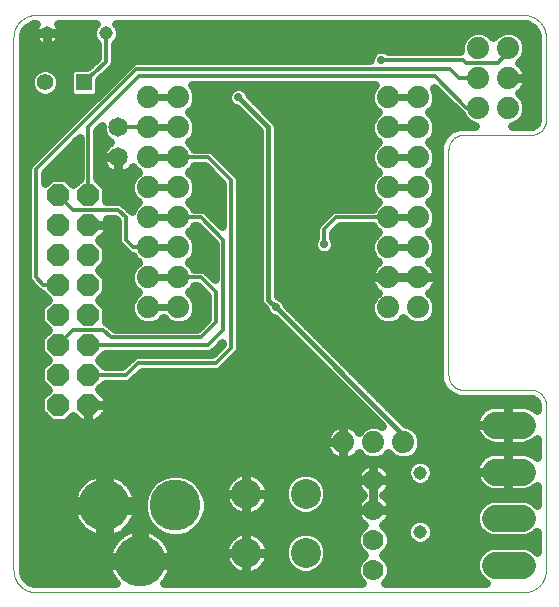
<source format=gbl>
G75*
%MOIN*%
%OFA0B0*%
%FSLAX25Y25*%
%IPPOS*%
%LPD*%
%AMOC8*
5,1,8,0,0,1.08239X$1,22.5*
%
%ADD10C,0.00100*%
%ADD11C,0.07400*%
%ADD12OC8,0.07400*%
%ADD13C,0.17000*%
%ADD14C,0.10000*%
%ADD15C,0.07000*%
%ADD16R,0.05500X0.05500*%
%ADD17C,0.05500*%
%ADD18C,0.04500*%
%ADD19C,0.06500*%
%ADD20C,0.08858*%
%ADD21C,0.03000*%
%ADD22C,0.02400*%
%ADD23C,0.02800*%
%ADD24C,0.01600*%
%ADD25C,0.01200*%
D10*
X0007500Y0015000D02*
X0007500Y0192500D01*
X0007502Y0192681D01*
X0007509Y0192862D01*
X0007520Y0193043D01*
X0007535Y0193224D01*
X0007555Y0193404D01*
X0007579Y0193584D01*
X0007607Y0193763D01*
X0007640Y0193941D01*
X0007677Y0194118D01*
X0007718Y0194295D01*
X0007763Y0194470D01*
X0007813Y0194645D01*
X0007867Y0194818D01*
X0007925Y0194989D01*
X0007987Y0195160D01*
X0008054Y0195328D01*
X0008124Y0195495D01*
X0008198Y0195661D01*
X0008277Y0195824D01*
X0008359Y0195985D01*
X0008445Y0196145D01*
X0008535Y0196302D01*
X0008629Y0196457D01*
X0008726Y0196610D01*
X0008828Y0196760D01*
X0008932Y0196908D01*
X0009041Y0197054D01*
X0009152Y0197196D01*
X0009268Y0197336D01*
X0009386Y0197473D01*
X0009508Y0197608D01*
X0009633Y0197739D01*
X0009761Y0197867D01*
X0009892Y0197992D01*
X0010027Y0198114D01*
X0010164Y0198232D01*
X0010304Y0198348D01*
X0010446Y0198459D01*
X0010592Y0198568D01*
X0010740Y0198672D01*
X0010890Y0198774D01*
X0011043Y0198871D01*
X0011198Y0198965D01*
X0011355Y0199055D01*
X0011515Y0199141D01*
X0011676Y0199223D01*
X0011839Y0199302D01*
X0012005Y0199376D01*
X0012172Y0199446D01*
X0012340Y0199513D01*
X0012511Y0199575D01*
X0012682Y0199633D01*
X0012855Y0199687D01*
X0013030Y0199737D01*
X0013205Y0199782D01*
X0013382Y0199823D01*
X0013559Y0199860D01*
X0013737Y0199893D01*
X0013916Y0199921D01*
X0014096Y0199945D01*
X0014276Y0199965D01*
X0014457Y0199980D01*
X0014638Y0199991D01*
X0014819Y0199998D01*
X0015000Y0200000D01*
X0177500Y0200000D01*
X0177681Y0199998D01*
X0177862Y0199991D01*
X0178043Y0199980D01*
X0178224Y0199965D01*
X0178404Y0199945D01*
X0178584Y0199921D01*
X0178763Y0199893D01*
X0178941Y0199860D01*
X0179118Y0199823D01*
X0179295Y0199782D01*
X0179470Y0199737D01*
X0179645Y0199687D01*
X0179818Y0199633D01*
X0179989Y0199575D01*
X0180160Y0199513D01*
X0180328Y0199446D01*
X0180495Y0199376D01*
X0180661Y0199302D01*
X0180824Y0199223D01*
X0180985Y0199141D01*
X0181145Y0199055D01*
X0181302Y0198965D01*
X0181457Y0198871D01*
X0181610Y0198774D01*
X0181760Y0198672D01*
X0181908Y0198568D01*
X0182054Y0198459D01*
X0182196Y0198348D01*
X0182336Y0198232D01*
X0182473Y0198114D01*
X0182608Y0197992D01*
X0182739Y0197867D01*
X0182867Y0197739D01*
X0182992Y0197608D01*
X0183114Y0197473D01*
X0183232Y0197336D01*
X0183348Y0197196D01*
X0183459Y0197054D01*
X0183568Y0196908D01*
X0183672Y0196760D01*
X0183774Y0196610D01*
X0183871Y0196457D01*
X0183965Y0196302D01*
X0184055Y0196145D01*
X0184141Y0195985D01*
X0184223Y0195824D01*
X0184302Y0195661D01*
X0184376Y0195495D01*
X0184446Y0195328D01*
X0184513Y0195160D01*
X0184575Y0194989D01*
X0184633Y0194818D01*
X0184687Y0194645D01*
X0184737Y0194470D01*
X0184782Y0194295D01*
X0184823Y0194118D01*
X0184860Y0193941D01*
X0184893Y0193763D01*
X0184921Y0193584D01*
X0184945Y0193404D01*
X0184965Y0193224D01*
X0184980Y0193043D01*
X0184991Y0192862D01*
X0184998Y0192681D01*
X0185000Y0192500D01*
X0185000Y0165000D01*
X0184998Y0164860D01*
X0184992Y0164720D01*
X0184982Y0164580D01*
X0184969Y0164440D01*
X0184951Y0164301D01*
X0184929Y0164162D01*
X0184904Y0164025D01*
X0184875Y0163887D01*
X0184842Y0163751D01*
X0184805Y0163616D01*
X0184764Y0163482D01*
X0184719Y0163349D01*
X0184671Y0163217D01*
X0184619Y0163087D01*
X0184564Y0162958D01*
X0184505Y0162831D01*
X0184442Y0162705D01*
X0184376Y0162581D01*
X0184307Y0162460D01*
X0184234Y0162340D01*
X0184157Y0162222D01*
X0184078Y0162107D01*
X0183995Y0161993D01*
X0183909Y0161883D01*
X0183820Y0161774D01*
X0183728Y0161668D01*
X0183633Y0161565D01*
X0183536Y0161464D01*
X0183435Y0161367D01*
X0183332Y0161272D01*
X0183226Y0161180D01*
X0183117Y0161091D01*
X0183007Y0161005D01*
X0182893Y0160922D01*
X0182778Y0160843D01*
X0182660Y0160766D01*
X0182540Y0160693D01*
X0182419Y0160624D01*
X0182295Y0160558D01*
X0182169Y0160495D01*
X0182042Y0160436D01*
X0181913Y0160381D01*
X0181783Y0160329D01*
X0181651Y0160281D01*
X0181518Y0160236D01*
X0181384Y0160195D01*
X0181249Y0160158D01*
X0181113Y0160125D01*
X0180975Y0160096D01*
X0180838Y0160071D01*
X0180699Y0160049D01*
X0180560Y0160031D01*
X0180420Y0160018D01*
X0180280Y0160008D01*
X0180140Y0160002D01*
X0180000Y0160000D01*
X0157500Y0160000D01*
X0157360Y0159998D01*
X0157220Y0159992D01*
X0157080Y0159982D01*
X0156940Y0159969D01*
X0156801Y0159951D01*
X0156662Y0159929D01*
X0156525Y0159904D01*
X0156387Y0159875D01*
X0156251Y0159842D01*
X0156116Y0159805D01*
X0155982Y0159764D01*
X0155849Y0159719D01*
X0155717Y0159671D01*
X0155587Y0159619D01*
X0155458Y0159564D01*
X0155331Y0159505D01*
X0155205Y0159442D01*
X0155081Y0159376D01*
X0154960Y0159307D01*
X0154840Y0159234D01*
X0154722Y0159157D01*
X0154607Y0159078D01*
X0154493Y0158995D01*
X0154383Y0158909D01*
X0154274Y0158820D01*
X0154168Y0158728D01*
X0154065Y0158633D01*
X0153964Y0158536D01*
X0153867Y0158435D01*
X0153772Y0158332D01*
X0153680Y0158226D01*
X0153591Y0158117D01*
X0153505Y0158007D01*
X0153422Y0157893D01*
X0153343Y0157778D01*
X0153266Y0157660D01*
X0153193Y0157540D01*
X0153124Y0157419D01*
X0153058Y0157295D01*
X0152995Y0157169D01*
X0152936Y0157042D01*
X0152881Y0156913D01*
X0152829Y0156783D01*
X0152781Y0156651D01*
X0152736Y0156518D01*
X0152695Y0156384D01*
X0152658Y0156249D01*
X0152625Y0156113D01*
X0152596Y0155975D01*
X0152571Y0155838D01*
X0152549Y0155699D01*
X0152531Y0155560D01*
X0152518Y0155420D01*
X0152508Y0155280D01*
X0152502Y0155140D01*
X0152500Y0155000D01*
X0152500Y0080000D01*
X0152502Y0079860D01*
X0152508Y0079720D01*
X0152518Y0079580D01*
X0152531Y0079440D01*
X0152549Y0079301D01*
X0152571Y0079162D01*
X0152596Y0079025D01*
X0152625Y0078887D01*
X0152658Y0078751D01*
X0152695Y0078616D01*
X0152736Y0078482D01*
X0152781Y0078349D01*
X0152829Y0078217D01*
X0152881Y0078087D01*
X0152936Y0077958D01*
X0152995Y0077831D01*
X0153058Y0077705D01*
X0153124Y0077581D01*
X0153193Y0077460D01*
X0153266Y0077340D01*
X0153343Y0077222D01*
X0153422Y0077107D01*
X0153505Y0076993D01*
X0153591Y0076883D01*
X0153680Y0076774D01*
X0153772Y0076668D01*
X0153867Y0076565D01*
X0153964Y0076464D01*
X0154065Y0076367D01*
X0154168Y0076272D01*
X0154274Y0076180D01*
X0154383Y0076091D01*
X0154493Y0076005D01*
X0154607Y0075922D01*
X0154722Y0075843D01*
X0154840Y0075766D01*
X0154960Y0075693D01*
X0155081Y0075624D01*
X0155205Y0075558D01*
X0155331Y0075495D01*
X0155458Y0075436D01*
X0155587Y0075381D01*
X0155717Y0075329D01*
X0155849Y0075281D01*
X0155982Y0075236D01*
X0156116Y0075195D01*
X0156251Y0075158D01*
X0156387Y0075125D01*
X0156525Y0075096D01*
X0156662Y0075071D01*
X0156801Y0075049D01*
X0156940Y0075031D01*
X0157080Y0075018D01*
X0157220Y0075008D01*
X0157360Y0075002D01*
X0157500Y0075000D01*
X0180000Y0075000D01*
X0180140Y0074998D01*
X0180280Y0074992D01*
X0180420Y0074982D01*
X0180560Y0074969D01*
X0180699Y0074951D01*
X0180838Y0074929D01*
X0180975Y0074904D01*
X0181113Y0074875D01*
X0181249Y0074842D01*
X0181384Y0074805D01*
X0181518Y0074764D01*
X0181651Y0074719D01*
X0181783Y0074671D01*
X0181913Y0074619D01*
X0182042Y0074564D01*
X0182169Y0074505D01*
X0182295Y0074442D01*
X0182419Y0074376D01*
X0182540Y0074307D01*
X0182660Y0074234D01*
X0182778Y0074157D01*
X0182893Y0074078D01*
X0183007Y0073995D01*
X0183117Y0073909D01*
X0183226Y0073820D01*
X0183332Y0073728D01*
X0183435Y0073633D01*
X0183536Y0073536D01*
X0183633Y0073435D01*
X0183728Y0073332D01*
X0183820Y0073226D01*
X0183909Y0073117D01*
X0183995Y0073007D01*
X0184078Y0072893D01*
X0184157Y0072778D01*
X0184234Y0072660D01*
X0184307Y0072540D01*
X0184376Y0072419D01*
X0184442Y0072295D01*
X0184505Y0072169D01*
X0184564Y0072042D01*
X0184619Y0071913D01*
X0184671Y0071783D01*
X0184719Y0071651D01*
X0184764Y0071518D01*
X0184805Y0071384D01*
X0184842Y0071249D01*
X0184875Y0071113D01*
X0184904Y0070975D01*
X0184929Y0070838D01*
X0184951Y0070699D01*
X0184969Y0070560D01*
X0184982Y0070420D01*
X0184992Y0070280D01*
X0184998Y0070140D01*
X0185000Y0070000D01*
X0185000Y0015000D01*
X0184998Y0014819D01*
X0184991Y0014638D01*
X0184980Y0014457D01*
X0184965Y0014276D01*
X0184945Y0014096D01*
X0184921Y0013916D01*
X0184893Y0013737D01*
X0184860Y0013559D01*
X0184823Y0013382D01*
X0184782Y0013205D01*
X0184737Y0013030D01*
X0184687Y0012855D01*
X0184633Y0012682D01*
X0184575Y0012511D01*
X0184513Y0012340D01*
X0184446Y0012172D01*
X0184376Y0012005D01*
X0184302Y0011839D01*
X0184223Y0011676D01*
X0184141Y0011515D01*
X0184055Y0011355D01*
X0183965Y0011198D01*
X0183871Y0011043D01*
X0183774Y0010890D01*
X0183672Y0010740D01*
X0183568Y0010592D01*
X0183459Y0010446D01*
X0183348Y0010304D01*
X0183232Y0010164D01*
X0183114Y0010027D01*
X0182992Y0009892D01*
X0182867Y0009761D01*
X0182739Y0009633D01*
X0182608Y0009508D01*
X0182473Y0009386D01*
X0182336Y0009268D01*
X0182196Y0009152D01*
X0182054Y0009041D01*
X0181908Y0008932D01*
X0181760Y0008828D01*
X0181610Y0008726D01*
X0181457Y0008629D01*
X0181302Y0008535D01*
X0181145Y0008445D01*
X0180985Y0008359D01*
X0180824Y0008277D01*
X0180661Y0008198D01*
X0180495Y0008124D01*
X0180328Y0008054D01*
X0180160Y0007987D01*
X0179989Y0007925D01*
X0179818Y0007867D01*
X0179645Y0007813D01*
X0179470Y0007763D01*
X0179295Y0007718D01*
X0179118Y0007677D01*
X0178941Y0007640D01*
X0178763Y0007607D01*
X0178584Y0007579D01*
X0178404Y0007555D01*
X0178224Y0007535D01*
X0178043Y0007520D01*
X0177862Y0007509D01*
X0177681Y0007502D01*
X0177500Y0007500D01*
X0015000Y0007500D01*
X0014819Y0007502D01*
X0014638Y0007509D01*
X0014457Y0007520D01*
X0014276Y0007535D01*
X0014096Y0007555D01*
X0013916Y0007579D01*
X0013737Y0007607D01*
X0013559Y0007640D01*
X0013382Y0007677D01*
X0013205Y0007718D01*
X0013030Y0007763D01*
X0012855Y0007813D01*
X0012682Y0007867D01*
X0012511Y0007925D01*
X0012340Y0007987D01*
X0012172Y0008054D01*
X0012005Y0008124D01*
X0011839Y0008198D01*
X0011676Y0008277D01*
X0011515Y0008359D01*
X0011355Y0008445D01*
X0011198Y0008535D01*
X0011043Y0008629D01*
X0010890Y0008726D01*
X0010740Y0008828D01*
X0010592Y0008932D01*
X0010446Y0009041D01*
X0010304Y0009152D01*
X0010164Y0009268D01*
X0010027Y0009386D01*
X0009892Y0009508D01*
X0009761Y0009633D01*
X0009633Y0009761D01*
X0009508Y0009892D01*
X0009386Y0010027D01*
X0009268Y0010164D01*
X0009152Y0010304D01*
X0009041Y0010446D01*
X0008932Y0010592D01*
X0008828Y0010740D01*
X0008726Y0010890D01*
X0008629Y0011043D01*
X0008535Y0011198D01*
X0008445Y0011355D01*
X0008359Y0011515D01*
X0008277Y0011676D01*
X0008198Y0011839D01*
X0008124Y0012005D01*
X0008054Y0012172D01*
X0007987Y0012340D01*
X0007925Y0012511D01*
X0007867Y0012682D01*
X0007813Y0012855D01*
X0007763Y0013030D01*
X0007718Y0013205D01*
X0007677Y0013382D01*
X0007640Y0013559D01*
X0007607Y0013737D01*
X0007579Y0013916D01*
X0007555Y0014096D01*
X0007535Y0014276D01*
X0007520Y0014457D01*
X0007509Y0014638D01*
X0007502Y0014819D01*
X0007500Y0015000D01*
D11*
X0052500Y0102500D03*
X0052500Y0112500D03*
X0052500Y0122500D03*
X0052500Y0132500D03*
X0052500Y0142500D03*
X0052500Y0152500D03*
X0052500Y0162500D03*
X0052500Y0172500D03*
X0062500Y0172500D03*
X0062500Y0162500D03*
X0062500Y0152500D03*
X0062500Y0142500D03*
X0062500Y0132500D03*
X0062500Y0122500D03*
X0062500Y0112500D03*
X0062500Y0102500D03*
X0117500Y0057500D03*
X0127500Y0057500D03*
X0137500Y0057500D03*
X0132500Y0102500D03*
X0132500Y0112500D03*
X0132500Y0122500D03*
X0132500Y0132500D03*
X0132500Y0142500D03*
X0132500Y0152500D03*
X0132500Y0162500D03*
X0132500Y0172500D03*
X0142500Y0172500D03*
X0142500Y0162500D03*
X0142500Y0152500D03*
X0142500Y0142500D03*
X0142500Y0132500D03*
X0142500Y0122500D03*
X0142500Y0112500D03*
X0142500Y0102500D03*
X0162500Y0169000D03*
X0162500Y0179000D03*
X0162500Y0189000D03*
X0172500Y0189000D03*
X0172500Y0179000D03*
X0172500Y0169000D03*
D12*
X0032500Y0140000D03*
X0032500Y0130000D03*
X0032500Y0120000D03*
X0032500Y0110000D03*
X0032500Y0100000D03*
X0032500Y0090000D03*
X0032500Y0080000D03*
X0032500Y0070000D03*
X0022500Y0070000D03*
X0022500Y0080000D03*
X0022500Y0090000D03*
X0022500Y0100000D03*
X0022500Y0110000D03*
X0022500Y0120000D03*
X0022500Y0130000D03*
X0022500Y0140000D03*
D13*
X0037815Y0036500D03*
X0049626Y0017996D03*
X0061437Y0036500D03*
D14*
X0085157Y0040374D03*
X0085157Y0020689D03*
X0104843Y0020689D03*
X0104843Y0040374D03*
D15*
X0127500Y0045000D03*
X0127500Y0035000D03*
X0127500Y0025000D03*
X0127500Y0015000D03*
D16*
X0031000Y0177500D03*
D17*
X0018000Y0177500D03*
D18*
X0018657Y0194000D03*
X0038343Y0194000D03*
X0143000Y0047343D03*
X0143000Y0027657D03*
D19*
X0042500Y0152500D03*
X0042500Y0162500D03*
D20*
X0168071Y0063386D02*
X0176929Y0063386D01*
X0176929Y0047795D02*
X0168071Y0047795D01*
X0168071Y0032205D02*
X0176929Y0032205D01*
X0176929Y0016614D02*
X0168071Y0016614D01*
D21*
X0011853Y0011853D02*
X0011035Y0012980D01*
X0010605Y0014304D01*
X0010550Y0015000D01*
X0010550Y0192500D01*
X0010605Y0193196D01*
X0011035Y0194520D01*
X0011853Y0195647D01*
X0012980Y0196465D01*
X0014304Y0196895D01*
X0014925Y0196944D01*
X0014595Y0196490D01*
X0014255Y0195823D01*
X0014024Y0195112D01*
X0013907Y0194374D01*
X0013907Y0194000D01*
X0013907Y0193626D01*
X0014024Y0192888D01*
X0014255Y0192177D01*
X0014595Y0191510D01*
X0015034Y0190906D01*
X0015563Y0190377D01*
X0016168Y0189937D01*
X0016834Y0189598D01*
X0017545Y0189367D01*
X0018284Y0189250D01*
X0018657Y0189250D01*
X0018657Y0194000D01*
X0013907Y0194000D01*
X0018657Y0194000D01*
X0018657Y0194000D01*
X0018658Y0194000D01*
X0023407Y0194000D01*
X0018658Y0194000D01*
X0018658Y0194000D01*
X0018658Y0189250D01*
X0019031Y0189250D01*
X0019770Y0189367D01*
X0020481Y0189598D01*
X0021147Y0189937D01*
X0021752Y0190377D01*
X0022281Y0190906D01*
X0022720Y0191510D01*
X0023059Y0192177D01*
X0023291Y0192888D01*
X0023407Y0193626D01*
X0023407Y0194000D01*
X0023407Y0194374D01*
X0023291Y0195112D01*
X0023059Y0195823D01*
X0022720Y0196490D01*
X0022385Y0196950D01*
X0034858Y0196950D01*
X0034485Y0196577D01*
X0033793Y0194905D01*
X0033793Y0193095D01*
X0034485Y0191423D01*
X0035443Y0190465D01*
X0035443Y0185604D01*
X0032165Y0182550D01*
X0027297Y0182550D01*
X0025950Y0181203D01*
X0025950Y0173797D01*
X0027297Y0172450D01*
X0034703Y0172450D01*
X0036050Y0173797D01*
X0036050Y0178242D01*
X0039936Y0181864D01*
X0039985Y0181884D01*
X0040357Y0182256D01*
X0040742Y0182614D01*
X0040764Y0182662D01*
X0040801Y0182700D01*
X0041002Y0183186D01*
X0041220Y0183664D01*
X0041222Y0183717D01*
X0041243Y0183766D01*
X0041243Y0184291D01*
X0041261Y0184817D01*
X0041243Y0184866D01*
X0041243Y0190465D01*
X0042200Y0191423D01*
X0042893Y0193095D01*
X0042893Y0194905D01*
X0042200Y0196577D01*
X0041827Y0196950D01*
X0177500Y0196950D01*
X0178196Y0196895D01*
X0179520Y0196465D01*
X0180647Y0195647D01*
X0181465Y0194520D01*
X0181895Y0193196D01*
X0181950Y0192500D01*
X0181950Y0165000D01*
X0181913Y0164620D01*
X0181621Y0163917D01*
X0181083Y0163379D01*
X0180380Y0163087D01*
X0180000Y0163050D01*
X0173814Y0163050D01*
X0175899Y0163913D01*
X0177587Y0165601D01*
X0178500Y0167807D01*
X0178500Y0170193D01*
X0177587Y0172399D01*
X0176061Y0173924D01*
X0176539Y0174271D01*
X0177229Y0174961D01*
X0177803Y0175750D01*
X0178246Y0176620D01*
X0178547Y0177548D01*
X0178700Y0178512D01*
X0178700Y0179000D01*
X0178700Y0179488D01*
X0178547Y0180452D01*
X0178246Y0181380D01*
X0177803Y0182250D01*
X0177229Y0183039D01*
X0176539Y0183729D01*
X0176061Y0184076D01*
X0177587Y0185601D01*
X0178500Y0187807D01*
X0178500Y0190193D01*
X0177587Y0192399D01*
X0175899Y0194087D01*
X0173693Y0195000D01*
X0171307Y0195000D01*
X0169101Y0194087D01*
X0167500Y0192485D01*
X0165899Y0194087D01*
X0163693Y0195000D01*
X0161307Y0195000D01*
X0159101Y0194087D01*
X0157413Y0192399D01*
X0156500Y0190193D01*
X0156500Y0187900D01*
X0132333Y0187900D01*
X0132096Y0188137D01*
X0130736Y0188700D01*
X0129264Y0188700D01*
X0127904Y0188137D01*
X0126863Y0187096D01*
X0126300Y0185736D01*
X0126300Y0184900D01*
X0047923Y0184900D01*
X0046857Y0184458D01*
X0013357Y0150958D01*
X0012541Y0150143D01*
X0012100Y0149077D01*
X0012100Y0111923D01*
X0012541Y0110857D01*
X0015041Y0108357D01*
X0015857Y0107541D01*
X0016909Y0107106D01*
X0019015Y0105000D01*
X0016500Y0102485D01*
X0016500Y0097515D01*
X0019015Y0095000D01*
X0016500Y0092485D01*
X0016500Y0087515D01*
X0019015Y0085000D01*
X0016500Y0082485D01*
X0016500Y0077515D01*
X0019015Y0075000D01*
X0016500Y0072485D01*
X0016500Y0067515D01*
X0020015Y0064000D01*
X0024985Y0064000D01*
X0027359Y0066373D01*
X0029932Y0063800D01*
X0032500Y0063800D01*
X0035068Y0063800D01*
X0038700Y0067432D01*
X0038700Y0070000D01*
X0038700Y0072568D01*
X0036127Y0075141D01*
X0038085Y0077100D01*
X0045577Y0077100D01*
X0046643Y0077541D01*
X0047458Y0078357D01*
X0050201Y0081100D01*
X0075577Y0081100D01*
X0076643Y0081541D01*
X0082458Y0087357D01*
X0082900Y0088423D01*
X0082900Y0145577D01*
X0082458Y0146643D01*
X0081643Y0147458D01*
X0074143Y0154958D01*
X0073077Y0155400D01*
X0067793Y0155400D01*
X0067587Y0155899D01*
X0065985Y0157500D01*
X0067587Y0159101D01*
X0068500Y0161307D01*
X0068500Y0163693D01*
X0067587Y0165899D01*
X0065985Y0167500D01*
X0067587Y0169101D01*
X0068500Y0171307D01*
X0068500Y0173693D01*
X0067587Y0175899D01*
X0066885Y0176600D01*
X0128115Y0176600D01*
X0127413Y0175899D01*
X0126500Y0173693D01*
X0126500Y0171307D01*
X0127413Y0169101D01*
X0129015Y0167500D01*
X0127413Y0165899D01*
X0126500Y0163693D01*
X0126500Y0161307D01*
X0127413Y0159101D01*
X0129015Y0157500D01*
X0127413Y0155899D01*
X0126500Y0153693D01*
X0126500Y0151307D01*
X0127413Y0149101D01*
X0129015Y0147500D01*
X0127413Y0145899D01*
X0126500Y0143693D01*
X0126500Y0141307D01*
X0127413Y0139101D01*
X0129015Y0137500D01*
X0127413Y0135899D01*
X0127207Y0135400D01*
X0114423Y0135400D01*
X0113357Y0134958D01*
X0112541Y0134143D01*
X0108541Y0130143D01*
X0108100Y0129077D01*
X0108100Y0125833D01*
X0107863Y0125596D01*
X0107300Y0124236D01*
X0107300Y0122764D01*
X0107863Y0121404D01*
X0108904Y0120363D01*
X0110264Y0119800D01*
X0111736Y0119800D01*
X0113096Y0120363D01*
X0114137Y0121404D01*
X0114700Y0122764D01*
X0114700Y0124236D01*
X0114137Y0125596D01*
X0113900Y0125833D01*
X0113900Y0127299D01*
X0116201Y0129600D01*
X0127207Y0129600D01*
X0127413Y0129101D01*
X0129015Y0127500D01*
X0127413Y0125899D01*
X0126500Y0123693D01*
X0126500Y0121307D01*
X0127413Y0119101D01*
X0128939Y0117576D01*
X0128461Y0117229D01*
X0127771Y0116539D01*
X0127197Y0115750D01*
X0126754Y0114880D01*
X0126453Y0113952D01*
X0126300Y0112988D01*
X0126300Y0112500D01*
X0132500Y0112500D01*
X0138700Y0112500D01*
X0142500Y0112500D01*
X0148700Y0112500D01*
X0148700Y0112988D01*
X0148547Y0113952D01*
X0148246Y0114880D01*
X0147803Y0115750D01*
X0147229Y0116539D01*
X0146539Y0117229D01*
X0146061Y0117576D01*
X0147587Y0119101D01*
X0148500Y0121307D01*
X0148500Y0123693D01*
X0147587Y0125899D01*
X0145985Y0127500D01*
X0147587Y0129101D01*
X0148500Y0131307D01*
X0148500Y0133693D01*
X0147587Y0135899D01*
X0145985Y0137500D01*
X0147587Y0139101D01*
X0148500Y0141307D01*
X0148500Y0143693D01*
X0147587Y0145899D01*
X0145985Y0147500D01*
X0147587Y0149101D01*
X0148500Y0151307D01*
X0148500Y0153693D01*
X0147587Y0155899D01*
X0145985Y0157500D01*
X0147587Y0159101D01*
X0148500Y0161307D01*
X0148500Y0163693D01*
X0147587Y0165899D01*
X0145985Y0167500D01*
X0147587Y0169101D01*
X0148500Y0171307D01*
X0148500Y0173693D01*
X0147648Y0175751D01*
X0156857Y0166541D01*
X0157059Y0166458D01*
X0157413Y0165601D01*
X0159101Y0163913D01*
X0161186Y0163050D01*
X0155899Y0163050D01*
X0152940Y0161824D01*
X0150676Y0159560D01*
X0149450Y0156601D01*
X0149450Y0078399D01*
X0150676Y0075440D01*
X0152940Y0073176D01*
X0155899Y0071950D01*
X0180000Y0071950D01*
X0180380Y0071913D01*
X0181083Y0071621D01*
X0181621Y0071083D01*
X0181913Y0070380D01*
X0181950Y0070000D01*
X0181950Y0068164D01*
X0181508Y0068607D01*
X0180787Y0069160D01*
X0180000Y0069614D01*
X0179161Y0069961D01*
X0178284Y0070196D01*
X0177383Y0070315D01*
X0172500Y0070315D01*
X0172500Y0063386D01*
X0172500Y0063386D01*
X0172500Y0070315D01*
X0167617Y0070315D01*
X0166716Y0070196D01*
X0165839Y0069961D01*
X0165000Y0069614D01*
X0164213Y0069160D01*
X0163492Y0068607D01*
X0162850Y0067964D01*
X0162297Y0067244D01*
X0161843Y0066457D01*
X0161495Y0065618D01*
X0161260Y0064741D01*
X0161142Y0063840D01*
X0161142Y0063386D01*
X0172500Y0063386D01*
X0172500Y0063386D01*
X0161142Y0063386D01*
X0161142Y0062932D01*
X0161260Y0062031D01*
X0161495Y0061154D01*
X0161843Y0060315D01*
X0162297Y0059528D01*
X0162850Y0058807D01*
X0163492Y0058165D01*
X0164213Y0057612D01*
X0165000Y0057158D01*
X0165839Y0056810D01*
X0166716Y0056575D01*
X0167617Y0056457D01*
X0172500Y0056457D01*
X0177383Y0056457D01*
X0178284Y0056575D01*
X0179161Y0056810D01*
X0180000Y0057158D01*
X0180787Y0057612D01*
X0181508Y0058165D01*
X0181950Y0058607D01*
X0181950Y0052574D01*
X0181508Y0053016D01*
X0180787Y0053569D01*
X0180000Y0054023D01*
X0179161Y0054371D01*
X0178284Y0054606D01*
X0177383Y0054724D01*
X0172500Y0054724D01*
X0167617Y0054724D01*
X0166716Y0054606D01*
X0165839Y0054371D01*
X0165000Y0054023D01*
X0164213Y0053569D01*
X0163492Y0053016D01*
X0162850Y0052374D01*
X0162297Y0051653D01*
X0161843Y0050867D01*
X0161495Y0050027D01*
X0161260Y0049150D01*
X0161142Y0048249D01*
X0161142Y0047795D01*
X0161142Y0047341D01*
X0161260Y0046441D01*
X0161495Y0045563D01*
X0161843Y0044724D01*
X0162297Y0043937D01*
X0162850Y0043217D01*
X0163492Y0042574D01*
X0164213Y0042022D01*
X0165000Y0041567D01*
X0165839Y0041220D01*
X0166716Y0040985D01*
X0167617Y0040866D01*
X0172500Y0040866D01*
X0177383Y0040866D01*
X0178284Y0040985D01*
X0179161Y0041220D01*
X0180000Y0041567D01*
X0180787Y0042022D01*
X0181508Y0042574D01*
X0181950Y0043017D01*
X0181950Y0036700D01*
X0180741Y0037909D01*
X0178268Y0038934D01*
X0166732Y0038934D01*
X0164259Y0037909D01*
X0162366Y0036016D01*
X0161342Y0033543D01*
X0161342Y0030866D01*
X0162366Y0028393D01*
X0164259Y0026500D01*
X0166732Y0025476D01*
X0178268Y0025476D01*
X0180741Y0026500D01*
X0181950Y0027709D01*
X0181950Y0021110D01*
X0180741Y0022319D01*
X0178268Y0023343D01*
X0166732Y0023343D01*
X0164259Y0022319D01*
X0162366Y0020426D01*
X0161342Y0017953D01*
X0161342Y0015276D01*
X0162366Y0012802D01*
X0164259Y0010909D01*
X0165127Y0010550D01*
X0131252Y0010550D01*
X0132417Y0011715D01*
X0133300Y0013846D01*
X0133300Y0016154D01*
X0132417Y0018285D01*
X0130785Y0019917D01*
X0130585Y0020000D01*
X0130785Y0020083D01*
X0132417Y0021715D01*
X0133300Y0023846D01*
X0133300Y0026154D01*
X0132417Y0028285D01*
X0130785Y0029917D01*
X0130738Y0029936D01*
X0131409Y0030423D01*
X0132077Y0031091D01*
X0132632Y0031855D01*
X0133060Y0032697D01*
X0133352Y0033595D01*
X0133500Y0034528D01*
X0133500Y0035000D01*
X0133500Y0035472D01*
X0133352Y0036405D01*
X0133060Y0037303D01*
X0132632Y0038145D01*
X0132077Y0038909D01*
X0131409Y0039577D01*
X0130826Y0040000D01*
X0131409Y0040423D01*
X0132077Y0041091D01*
X0132632Y0041855D01*
X0133060Y0042697D01*
X0133352Y0043595D01*
X0133500Y0044528D01*
X0133500Y0045000D01*
X0133500Y0045472D01*
X0133352Y0046405D01*
X0133060Y0047303D01*
X0132632Y0048145D01*
X0132077Y0048909D01*
X0131409Y0049577D01*
X0130645Y0050132D01*
X0129803Y0050560D01*
X0128905Y0050852D01*
X0127972Y0051000D01*
X0127500Y0051000D01*
X0127500Y0045000D01*
X0127500Y0045000D01*
X0133500Y0045000D01*
X0127500Y0045000D01*
X0127500Y0045000D01*
X0127500Y0045000D01*
X0121500Y0045000D01*
X0121500Y0045472D01*
X0121648Y0046405D01*
X0121940Y0047303D01*
X0122368Y0048145D01*
X0122923Y0048909D01*
X0123591Y0049577D01*
X0124355Y0050132D01*
X0125197Y0050560D01*
X0126095Y0050852D01*
X0127028Y0051000D01*
X0127500Y0051000D01*
X0127500Y0045000D01*
X0127500Y0039000D01*
X0127500Y0035000D01*
X0133500Y0035000D01*
X0127500Y0035000D01*
X0127500Y0035000D01*
X0127500Y0035000D01*
X0127500Y0035000D01*
X0121500Y0035000D01*
X0121500Y0035472D01*
X0121648Y0036405D01*
X0121940Y0037303D01*
X0122368Y0038145D01*
X0122923Y0038909D01*
X0123591Y0039577D01*
X0124174Y0040000D01*
X0123591Y0040423D01*
X0122923Y0041091D01*
X0122368Y0041855D01*
X0121940Y0042697D01*
X0121648Y0043595D01*
X0121500Y0044528D01*
X0121500Y0045000D01*
X0127500Y0045000D01*
X0127500Y0045000D01*
X0127500Y0035000D01*
X0121500Y0035000D01*
X0121500Y0034528D01*
X0121648Y0033595D01*
X0121940Y0032697D01*
X0122368Y0031855D01*
X0122923Y0031091D01*
X0123591Y0030423D01*
X0124262Y0029936D01*
X0124215Y0029917D01*
X0122583Y0028285D01*
X0121700Y0026154D01*
X0121700Y0023846D01*
X0122583Y0021715D01*
X0124215Y0020083D01*
X0124415Y0020000D01*
X0124215Y0019917D01*
X0122583Y0018285D01*
X0121700Y0016154D01*
X0121700Y0013846D01*
X0122583Y0011715D01*
X0123748Y0010550D01*
X0057736Y0010550D01*
X0057841Y0010655D01*
X0058611Y0011621D01*
X0059269Y0012667D01*
X0059805Y0013780D01*
X0060213Y0014946D01*
X0060488Y0016151D01*
X0060532Y0016546D01*
X0051076Y0016546D01*
X0051076Y0019446D01*
X0060532Y0019446D01*
X0060488Y0019842D01*
X0060213Y0021046D01*
X0059805Y0022212D01*
X0059269Y0023325D01*
X0058611Y0024371D01*
X0057841Y0025337D01*
X0056967Y0026211D01*
X0056001Y0026981D01*
X0054955Y0027639D01*
X0053842Y0028175D01*
X0052676Y0028583D01*
X0051471Y0028858D01*
X0051076Y0028902D01*
X0051076Y0019446D01*
X0048176Y0019446D01*
X0048176Y0016546D01*
X0038720Y0016546D01*
X0038764Y0016151D01*
X0039039Y0014946D01*
X0039447Y0013780D01*
X0039983Y0012667D01*
X0040641Y0011621D01*
X0041411Y0010655D01*
X0041516Y0010550D01*
X0015000Y0010550D01*
X0014304Y0010605D01*
X0012980Y0011035D01*
X0011853Y0011853D01*
X0011389Y0012493D02*
X0040093Y0012493D01*
X0038915Y0015491D02*
X0010550Y0015491D01*
X0010550Y0018490D02*
X0048176Y0018490D01*
X0048176Y0019446D02*
X0038720Y0019446D01*
X0038764Y0019842D01*
X0039039Y0021046D01*
X0039447Y0022212D01*
X0039983Y0023325D01*
X0040641Y0024371D01*
X0041411Y0025337D01*
X0042285Y0026211D01*
X0043020Y0026798D01*
X0042031Y0026321D01*
X0040865Y0025913D01*
X0039660Y0025638D01*
X0039265Y0025594D01*
X0039265Y0035050D01*
X0039265Y0037950D01*
X0048721Y0037950D01*
X0048677Y0038345D01*
X0048402Y0039550D01*
X0047994Y0040716D01*
X0047458Y0041829D01*
X0046800Y0042875D01*
X0046030Y0043841D01*
X0045156Y0044715D01*
X0044190Y0045485D01*
X0043144Y0046143D01*
X0042031Y0046679D01*
X0040865Y0047087D01*
X0039660Y0047362D01*
X0039265Y0047406D01*
X0039265Y0037950D01*
X0036365Y0037950D01*
X0036365Y0047406D01*
X0035969Y0047362D01*
X0034765Y0047087D01*
X0033599Y0046679D01*
X0032486Y0046143D01*
X0031440Y0045485D01*
X0030474Y0044715D01*
X0029600Y0043841D01*
X0028830Y0042875D01*
X0028172Y0041829D01*
X0027636Y0040716D01*
X0027228Y0039550D01*
X0026953Y0038345D01*
X0026909Y0037950D01*
X0036365Y0037950D01*
X0036365Y0035050D01*
X0039265Y0035050D01*
X0048721Y0035050D01*
X0048677Y0034655D01*
X0048402Y0033450D01*
X0047994Y0032284D01*
X0047458Y0031171D01*
X0046800Y0030125D01*
X0046030Y0029159D01*
X0045156Y0028285D01*
X0044421Y0027698D01*
X0045410Y0028175D01*
X0046576Y0028583D01*
X0047780Y0028858D01*
X0048176Y0028902D01*
X0048176Y0019446D01*
X0048176Y0021488D02*
X0051076Y0021488D01*
X0051076Y0024487D02*
X0048176Y0024487D01*
X0048176Y0027485D02*
X0051076Y0027485D01*
X0052795Y0029869D02*
X0054806Y0027858D01*
X0057268Y0026436D01*
X0060015Y0025700D01*
X0062859Y0025700D01*
X0065606Y0026436D01*
X0068068Y0027858D01*
X0070079Y0029869D01*
X0071501Y0032331D01*
X0072237Y0035078D01*
X0072237Y0037922D01*
X0071501Y0040669D01*
X0070079Y0043131D01*
X0068068Y0045142D01*
X0065606Y0046564D01*
X0062859Y0047300D01*
X0060015Y0047300D01*
X0057268Y0046564D01*
X0054806Y0045142D01*
X0052795Y0043131D01*
X0051373Y0040669D01*
X0050637Y0037922D01*
X0050637Y0035078D01*
X0051373Y0032331D01*
X0052795Y0029869D01*
X0052440Y0030484D02*
X0047026Y0030484D01*
X0048409Y0033482D02*
X0051065Y0033482D01*
X0050637Y0036481D02*
X0039265Y0036481D01*
X0039265Y0033482D02*
X0036365Y0033482D01*
X0036365Y0035050D02*
X0036365Y0025594D01*
X0035969Y0025638D01*
X0034765Y0025913D01*
X0033599Y0026321D01*
X0032486Y0026857D01*
X0031440Y0027515D01*
X0030474Y0028285D01*
X0029600Y0029159D01*
X0028830Y0030125D01*
X0028172Y0031171D01*
X0027636Y0032284D01*
X0027228Y0033450D01*
X0026953Y0034655D01*
X0026909Y0035050D01*
X0036365Y0035050D01*
X0036365Y0036481D02*
X0010550Y0036481D01*
X0010550Y0033482D02*
X0027221Y0033482D01*
X0028604Y0030484D02*
X0010550Y0030484D01*
X0010550Y0027485D02*
X0031487Y0027485D01*
X0036365Y0027485D02*
X0039265Y0027485D01*
X0039265Y0030484D02*
X0036365Y0030484D01*
X0040732Y0024487D02*
X0010550Y0024487D01*
X0010550Y0021488D02*
X0039194Y0021488D01*
X0051076Y0018490D02*
X0077982Y0018490D01*
X0078040Y0018273D02*
X0078416Y0017365D01*
X0078908Y0016513D01*
X0079507Y0015733D01*
X0080202Y0015038D01*
X0080982Y0014440D01*
X0081833Y0013948D01*
X0082741Y0013572D01*
X0083691Y0013317D01*
X0084666Y0013189D01*
X0085157Y0013189D01*
X0085157Y0020689D01*
X0085157Y0020689D01*
X0077657Y0020689D01*
X0077657Y0020197D01*
X0077786Y0019223D01*
X0078040Y0018273D01*
X0077657Y0020689D02*
X0085157Y0020689D01*
X0085157Y0028189D01*
X0084666Y0028189D01*
X0083691Y0028061D01*
X0082741Y0027806D01*
X0081833Y0027430D01*
X0080982Y0026938D01*
X0080202Y0026340D01*
X0079507Y0025645D01*
X0078908Y0024865D01*
X0078416Y0024013D01*
X0078040Y0023105D01*
X0077786Y0022155D01*
X0077657Y0021181D01*
X0077657Y0020689D01*
X0077698Y0021488D02*
X0060058Y0021488D01*
X0058519Y0024487D02*
X0078690Y0024487D01*
X0081966Y0027485D02*
X0067423Y0027485D01*
X0070434Y0030484D02*
X0123531Y0030484D01*
X0122252Y0027485D02*
X0107511Y0027485D01*
X0106295Y0027989D02*
X0103390Y0027989D01*
X0100707Y0026878D01*
X0098654Y0024824D01*
X0097543Y0022141D01*
X0097543Y0019237D01*
X0098654Y0016554D01*
X0100707Y0014500D01*
X0103390Y0013389D01*
X0106295Y0013389D01*
X0108978Y0014500D01*
X0111031Y0016554D01*
X0112143Y0019237D01*
X0112143Y0022141D01*
X0111031Y0024824D01*
X0108978Y0026878D01*
X0106295Y0027989D01*
X0102174Y0027485D02*
X0088349Y0027485D01*
X0088482Y0027430D02*
X0087573Y0027806D01*
X0086624Y0028061D01*
X0085649Y0028189D01*
X0085158Y0028189D01*
X0085158Y0020689D01*
X0092657Y0020689D01*
X0092657Y0021181D01*
X0092529Y0022155D01*
X0092275Y0023105D01*
X0091898Y0024013D01*
X0091407Y0024865D01*
X0090808Y0025645D01*
X0090113Y0026340D01*
X0089333Y0026938D01*
X0088482Y0027430D01*
X0085158Y0027485D02*
X0085157Y0027485D01*
X0085157Y0024487D02*
X0085158Y0024487D01*
X0085157Y0021488D02*
X0085158Y0021488D01*
X0085158Y0020689D02*
X0085157Y0020689D01*
X0085158Y0020689D01*
X0085158Y0020689D01*
X0092657Y0020689D01*
X0092657Y0020197D01*
X0092529Y0019223D01*
X0092275Y0018273D01*
X0091898Y0017365D01*
X0091407Y0016513D01*
X0090808Y0015733D01*
X0090113Y0015038D01*
X0089333Y0014440D01*
X0088482Y0013948D01*
X0087573Y0013572D01*
X0086624Y0013317D01*
X0085649Y0013189D01*
X0085158Y0013189D01*
X0085158Y0020689D01*
X0085157Y0018490D02*
X0085158Y0018490D01*
X0085157Y0015491D02*
X0085158Y0015491D01*
X0090566Y0015491D02*
X0099717Y0015491D01*
X0097852Y0018490D02*
X0092333Y0018490D01*
X0092617Y0021488D02*
X0097543Y0021488D01*
X0098514Y0024487D02*
X0091625Y0024487D01*
X0087573Y0033257D02*
X0086624Y0033002D01*
X0085649Y0032874D01*
X0085158Y0032874D01*
X0085158Y0040374D01*
X0092657Y0040374D01*
X0092657Y0040866D01*
X0092529Y0041840D01*
X0092275Y0042790D01*
X0091898Y0043698D01*
X0091407Y0044550D01*
X0090808Y0045330D01*
X0090113Y0046025D01*
X0089333Y0046623D01*
X0088482Y0047115D01*
X0087573Y0047491D01*
X0086624Y0047746D01*
X0085649Y0047874D01*
X0085158Y0047874D01*
X0085158Y0040374D01*
X0085158Y0040374D01*
X0092657Y0040374D01*
X0092657Y0039882D01*
X0092529Y0038908D01*
X0092275Y0037958D01*
X0091898Y0037050D01*
X0091407Y0036198D01*
X0090808Y0035418D01*
X0090113Y0034723D01*
X0089333Y0034125D01*
X0088482Y0033633D01*
X0087573Y0033257D01*
X0088117Y0033482D02*
X0102405Y0033482D01*
X0103390Y0033074D02*
X0106295Y0033074D01*
X0108978Y0034185D01*
X0111031Y0036239D01*
X0112143Y0038922D01*
X0112143Y0041826D01*
X0111031Y0044509D01*
X0108978Y0046563D01*
X0106295Y0047674D01*
X0103390Y0047674D01*
X0100707Y0046563D01*
X0098654Y0044509D01*
X0097543Y0041826D01*
X0097543Y0038922D01*
X0098654Y0036239D01*
X0100707Y0034185D01*
X0103390Y0033074D01*
X0107280Y0033482D02*
X0121684Y0033482D01*
X0121672Y0036481D02*
X0111131Y0036481D01*
X0112143Y0039479D02*
X0123494Y0039479D01*
X0122051Y0042478D02*
X0111873Y0042478D01*
X0110064Y0045476D02*
X0121501Y0045476D01*
X0122608Y0048475D02*
X0010550Y0048475D01*
X0010550Y0051473D02*
X0115985Y0051473D01*
X0116048Y0051453D02*
X0117012Y0051300D01*
X0117500Y0051300D01*
X0117988Y0051300D01*
X0118952Y0051453D01*
X0119880Y0051754D01*
X0120750Y0052197D01*
X0121539Y0052771D01*
X0122229Y0053461D01*
X0122576Y0053939D01*
X0124101Y0052413D01*
X0126307Y0051500D01*
X0128693Y0051500D01*
X0130899Y0052413D01*
X0132500Y0054015D01*
X0134101Y0052413D01*
X0136307Y0051500D01*
X0138693Y0051500D01*
X0140899Y0052413D01*
X0142587Y0054101D01*
X0143500Y0056307D01*
X0143500Y0058693D01*
X0142587Y0060899D01*
X0140899Y0062587D01*
X0138693Y0063500D01*
X0138384Y0063500D01*
X0098700Y0103184D01*
X0098700Y0103236D01*
X0098137Y0104596D01*
X0097096Y0105637D01*
X0095736Y0106200D01*
X0095684Y0106200D01*
X0095600Y0106284D01*
X0095600Y0163117D01*
X0095128Y0164256D01*
X0094256Y0165128D01*
X0086200Y0173184D01*
X0086200Y0173236D01*
X0085637Y0174596D01*
X0084596Y0175637D01*
X0083236Y0176200D01*
X0081764Y0176200D01*
X0080404Y0175637D01*
X0079363Y0174596D01*
X0078800Y0173236D01*
X0078800Y0171764D01*
X0079363Y0170404D01*
X0080404Y0169363D01*
X0081764Y0168800D01*
X0081816Y0168800D01*
X0089400Y0161216D01*
X0089400Y0104383D01*
X0089872Y0103244D01*
X0091300Y0101816D01*
X0091300Y0101764D01*
X0091863Y0100404D01*
X0092904Y0099363D01*
X0094264Y0098800D01*
X0094316Y0098800D01*
X0130268Y0062848D01*
X0128693Y0063500D01*
X0126307Y0063500D01*
X0124101Y0062587D01*
X0122576Y0061061D01*
X0122229Y0061539D01*
X0121539Y0062229D01*
X0120750Y0062803D01*
X0119880Y0063246D01*
X0118952Y0063547D01*
X0117988Y0063700D01*
X0117500Y0063700D01*
X0117500Y0057500D01*
X0117500Y0057500D01*
X0117500Y0051300D01*
X0117500Y0057500D01*
X0117500Y0057500D01*
X0117500Y0057500D01*
X0111300Y0057500D01*
X0111300Y0057988D01*
X0111453Y0058952D01*
X0111754Y0059880D01*
X0112197Y0060750D01*
X0112771Y0061539D01*
X0113461Y0062229D01*
X0114250Y0062803D01*
X0115120Y0063246D01*
X0116048Y0063547D01*
X0117012Y0063700D01*
X0117500Y0063700D01*
X0117500Y0057500D01*
X0111300Y0057500D01*
X0111300Y0057012D01*
X0111453Y0056048D01*
X0111754Y0055120D01*
X0112197Y0054250D01*
X0112771Y0053461D01*
X0113461Y0052771D01*
X0114250Y0052197D01*
X0115120Y0051754D01*
X0116048Y0051453D01*
X0117500Y0051473D02*
X0117500Y0051473D01*
X0119015Y0051473D02*
X0141083Y0051473D01*
X0140423Y0051200D02*
X0142095Y0051893D01*
X0143905Y0051893D01*
X0145577Y0051200D01*
X0146857Y0049920D01*
X0147550Y0048248D01*
X0147550Y0046437D01*
X0146857Y0044765D01*
X0145577Y0043485D01*
X0143905Y0042793D01*
X0142095Y0042793D01*
X0140423Y0043485D01*
X0139143Y0044765D01*
X0138450Y0046437D01*
X0138450Y0048248D01*
X0139143Y0049920D01*
X0140423Y0051200D01*
X0138544Y0048475D02*
X0132392Y0048475D01*
X0133499Y0045476D02*
X0138848Y0045476D01*
X0132949Y0042478D02*
X0163619Y0042478D01*
X0161531Y0045476D02*
X0147152Y0045476D01*
X0147456Y0048475D02*
X0161171Y0048475D01*
X0161142Y0047795D02*
X0172500Y0047795D01*
X0172500Y0040866D01*
X0172500Y0047795D01*
X0172500Y0047795D01*
X0161142Y0047795D01*
X0162193Y0051473D02*
X0144917Y0051473D01*
X0142740Y0054472D02*
X0166216Y0054472D01*
X0164459Y0057470D02*
X0143500Y0057470D01*
X0142765Y0060469D02*
X0161779Y0060469D01*
X0161142Y0063467D02*
X0138773Y0063467D01*
X0135418Y0066466D02*
X0161848Y0066466D01*
X0164741Y0069464D02*
X0132420Y0069464D01*
X0129421Y0072463D02*
X0154661Y0072463D01*
X0152940Y0073176D02*
X0152940Y0073176D01*
X0150676Y0075440D02*
X0150676Y0075440D01*
X0150667Y0075461D02*
X0126423Y0075461D01*
X0123424Y0078460D02*
X0149450Y0078460D01*
X0149450Y0081458D02*
X0120426Y0081458D01*
X0117427Y0084457D02*
X0149450Y0084457D01*
X0149450Y0087455D02*
X0114429Y0087455D01*
X0111430Y0090454D02*
X0149450Y0090454D01*
X0149450Y0093452D02*
X0108432Y0093452D01*
X0105433Y0096451D02*
X0149450Y0096451D01*
X0149450Y0099449D02*
X0147731Y0099449D01*
X0147587Y0099101D02*
X0148500Y0101307D01*
X0148500Y0103693D01*
X0147587Y0105899D01*
X0146061Y0107424D01*
X0146539Y0107771D01*
X0147229Y0108461D01*
X0147803Y0109250D01*
X0148246Y0110120D01*
X0148547Y0111048D01*
X0148700Y0112012D01*
X0148700Y0112500D01*
X0142500Y0112500D01*
X0142500Y0112500D01*
X0142500Y0112500D01*
X0132500Y0112500D01*
X0132500Y0112500D01*
X0132500Y0112500D01*
X0126300Y0112500D01*
X0126300Y0112012D01*
X0126453Y0111048D01*
X0126754Y0110120D01*
X0127197Y0109250D01*
X0127771Y0108461D01*
X0128461Y0107771D01*
X0128939Y0107424D01*
X0127413Y0105899D01*
X0126500Y0103693D01*
X0126500Y0101307D01*
X0127413Y0099101D01*
X0129101Y0097413D01*
X0131307Y0096500D01*
X0133693Y0096500D01*
X0135899Y0097413D01*
X0137500Y0099015D01*
X0139101Y0097413D01*
X0141307Y0096500D01*
X0143693Y0096500D01*
X0145899Y0097413D01*
X0147587Y0099101D01*
X0148500Y0102448D02*
X0149450Y0102448D01*
X0149450Y0105446D02*
X0147774Y0105446D01*
X0147213Y0108445D02*
X0149450Y0108445D01*
X0149450Y0111443D02*
X0148610Y0111443D01*
X0148388Y0114442D02*
X0149450Y0114442D01*
X0149450Y0117440D02*
X0146248Y0117440D01*
X0148141Y0120439D02*
X0149450Y0120439D01*
X0149450Y0123437D02*
X0148500Y0123437D01*
X0149450Y0126436D02*
X0147049Y0126436D01*
X0147725Y0129434D02*
X0149450Y0129434D01*
X0149450Y0132433D02*
X0148500Y0132433D01*
X0147780Y0135432D02*
X0149450Y0135432D01*
X0149450Y0138430D02*
X0146915Y0138430D01*
X0148500Y0141429D02*
X0149450Y0141429D01*
X0149450Y0144427D02*
X0148196Y0144427D01*
X0149450Y0147426D02*
X0146060Y0147426D01*
X0148134Y0150424D02*
X0149450Y0150424D01*
X0149450Y0153423D02*
X0148500Y0153423D01*
X0149450Y0156421D02*
X0147064Y0156421D01*
X0147718Y0159420D02*
X0150617Y0159420D01*
X0150676Y0159560D02*
X0150676Y0159560D01*
X0152940Y0161824D02*
X0152940Y0161824D01*
X0154373Y0162418D02*
X0148500Y0162418D01*
X0147786Y0165417D02*
X0157598Y0165417D01*
X0154984Y0168415D02*
X0146900Y0168415D01*
X0148500Y0171414D02*
X0151985Y0171414D01*
X0148987Y0174412D02*
X0148202Y0174412D01*
X0156500Y0189405D02*
X0041243Y0189405D01*
X0042606Y0192403D02*
X0157418Y0192403D01*
X0172500Y0179000D02*
X0178700Y0179000D01*
X0172500Y0179000D01*
X0172500Y0179000D01*
X0176860Y0183408D02*
X0181950Y0183408D01*
X0181950Y0186406D02*
X0177920Y0186406D01*
X0178500Y0189405D02*
X0181950Y0189405D01*
X0181950Y0192403D02*
X0177582Y0192403D01*
X0180825Y0195402D02*
X0042687Y0195402D01*
X0035443Y0189405D02*
X0019886Y0189405D01*
X0018658Y0189405D02*
X0018657Y0189405D01*
X0017429Y0189405D02*
X0010550Y0189405D01*
X0010550Y0192403D02*
X0014182Y0192403D01*
X0014119Y0195402D02*
X0011675Y0195402D01*
X0018657Y0192403D02*
X0018658Y0192403D01*
X0023133Y0192403D02*
X0034079Y0192403D01*
X0033998Y0195402D02*
X0023196Y0195402D01*
X0035443Y0186406D02*
X0010550Y0186406D01*
X0010550Y0183408D02*
X0033086Y0183408D01*
X0038375Y0180409D02*
X0042808Y0180409D01*
X0041104Y0183408D02*
X0045806Y0183408D01*
X0041243Y0186406D02*
X0126578Y0186406D01*
X0126798Y0174412D02*
X0085713Y0174412D01*
X0087970Y0171414D02*
X0126500Y0171414D01*
X0128100Y0168415D02*
X0090969Y0168415D01*
X0093967Y0165417D02*
X0127214Y0165417D01*
X0126500Y0162418D02*
X0095600Y0162418D01*
X0094256Y0165128D02*
X0094256Y0165128D01*
X0095600Y0159420D02*
X0127282Y0159420D01*
X0127936Y0156421D02*
X0095600Y0156421D01*
X0095600Y0153423D02*
X0126500Y0153423D01*
X0126866Y0150424D02*
X0095600Y0150424D01*
X0095600Y0147426D02*
X0128940Y0147426D01*
X0126804Y0144427D02*
X0095600Y0144427D01*
X0095600Y0141429D02*
X0126500Y0141429D01*
X0128085Y0138430D02*
X0095600Y0138430D01*
X0095600Y0135432D02*
X0127220Y0135432D01*
X0127275Y0129434D02*
X0116036Y0129434D01*
X0113900Y0126436D02*
X0127951Y0126436D01*
X0126500Y0123437D02*
X0114700Y0123437D01*
X0113172Y0120439D02*
X0126859Y0120439D01*
X0128752Y0117440D02*
X0095600Y0117440D01*
X0095600Y0114442D02*
X0126612Y0114442D01*
X0126390Y0111443D02*
X0095600Y0111443D01*
X0095600Y0108445D02*
X0127787Y0108445D01*
X0127226Y0105446D02*
X0097286Y0105446D01*
X0099436Y0102448D02*
X0126500Y0102448D01*
X0127269Y0099449D02*
X0102435Y0099449D01*
X0099664Y0093452D02*
X0082900Y0093452D01*
X0082900Y0096451D02*
X0096665Y0096451D01*
X0092818Y0099449D02*
X0082900Y0099449D01*
X0082900Y0102448D02*
X0090668Y0102448D01*
X0089400Y0105446D02*
X0082900Y0105446D01*
X0082900Y0108445D02*
X0089400Y0108445D01*
X0089400Y0111443D02*
X0082900Y0111443D01*
X0082900Y0114442D02*
X0089400Y0114442D01*
X0089400Y0117440D02*
X0082900Y0117440D01*
X0082900Y0120439D02*
X0089400Y0120439D01*
X0089400Y0123437D02*
X0082900Y0123437D01*
X0082900Y0126436D02*
X0089400Y0126436D01*
X0089400Y0129434D02*
X0082900Y0129434D01*
X0082900Y0132433D02*
X0089400Y0132433D01*
X0089400Y0135432D02*
X0082900Y0135432D01*
X0082900Y0138430D02*
X0089400Y0138430D01*
X0089400Y0141429D02*
X0082900Y0141429D01*
X0082900Y0144427D02*
X0089400Y0144427D01*
X0089400Y0147426D02*
X0081676Y0147426D01*
X0078677Y0150424D02*
X0089400Y0150424D01*
X0089400Y0153423D02*
X0075679Y0153423D01*
X0071299Y0149600D02*
X0077100Y0143799D01*
X0077100Y0129501D01*
X0071643Y0134958D01*
X0070577Y0135400D01*
X0069423Y0135400D01*
X0067793Y0135400D01*
X0067587Y0135899D01*
X0065985Y0137500D01*
X0067587Y0139101D01*
X0068500Y0141307D01*
X0068500Y0143693D01*
X0067587Y0145899D01*
X0065985Y0147500D01*
X0067587Y0149101D01*
X0067793Y0149600D01*
X0071299Y0149600D01*
X0073473Y0147426D02*
X0066060Y0147426D01*
X0068196Y0144427D02*
X0076472Y0144427D01*
X0077100Y0141429D02*
X0068500Y0141429D01*
X0066915Y0138430D02*
X0077100Y0138430D01*
X0077100Y0135432D02*
X0067780Y0135432D01*
X0067793Y0129600D02*
X0068799Y0129600D01*
X0074600Y0123799D01*
X0074600Y0112001D01*
X0071643Y0114958D01*
X0070577Y0115400D01*
X0069423Y0115400D01*
X0067793Y0115400D01*
X0067587Y0115899D01*
X0065985Y0117500D01*
X0067587Y0119101D01*
X0068500Y0121307D01*
X0068500Y0123693D01*
X0067587Y0125899D01*
X0065985Y0127500D01*
X0067587Y0129101D01*
X0067793Y0129600D01*
X0067725Y0129434D02*
X0068964Y0129434D01*
X0067049Y0126436D02*
X0071963Y0126436D01*
X0074600Y0123437D02*
X0068500Y0123437D01*
X0068141Y0120439D02*
X0074600Y0120439D01*
X0074600Y0117440D02*
X0066045Y0117440D01*
X0072159Y0114442D02*
X0074600Y0114442D01*
X0068799Y0109600D02*
X0072100Y0106299D01*
X0072100Y0098701D01*
X0068799Y0095400D01*
X0041201Y0095400D01*
X0039958Y0096643D01*
X0039143Y0097458D01*
X0038500Y0097725D01*
X0038500Y0102485D01*
X0035985Y0105000D01*
X0038500Y0107515D01*
X0038500Y0112485D01*
X0035985Y0115000D01*
X0038500Y0117515D01*
X0038500Y0122485D01*
X0036127Y0124859D01*
X0038700Y0127432D01*
X0038700Y0130000D01*
X0038700Y0132100D01*
X0041299Y0132100D01*
X0042100Y0131299D01*
X0042100Y0124423D01*
X0042541Y0123357D01*
X0043357Y0122541D01*
X0045857Y0120041D01*
X0046923Y0119600D01*
X0047207Y0119600D01*
X0047413Y0119101D01*
X0049015Y0117500D01*
X0047413Y0115899D01*
X0046500Y0113693D01*
X0046500Y0111307D01*
X0047413Y0109101D01*
X0049015Y0107500D01*
X0047413Y0105899D01*
X0046500Y0103693D01*
X0046500Y0101307D01*
X0047413Y0099101D01*
X0049101Y0097413D01*
X0051307Y0096500D01*
X0053693Y0096500D01*
X0055899Y0097413D01*
X0057485Y0099000D01*
X0057515Y0099000D01*
X0059101Y0097413D01*
X0061307Y0096500D01*
X0063693Y0096500D01*
X0065899Y0097413D01*
X0067587Y0099101D01*
X0068500Y0101307D01*
X0068500Y0103693D01*
X0067587Y0105899D01*
X0065985Y0107500D01*
X0067587Y0109101D01*
X0067793Y0109600D01*
X0068799Y0109600D01*
X0069954Y0108445D02*
X0066930Y0108445D01*
X0067774Y0105446D02*
X0072100Y0105446D01*
X0072100Y0102448D02*
X0068500Y0102448D01*
X0067731Y0099449D02*
X0072100Y0099449D01*
X0069850Y0096451D02*
X0040150Y0096451D01*
X0038500Y0099449D02*
X0047269Y0099449D01*
X0046500Y0102448D02*
X0038500Y0102448D01*
X0036432Y0105446D02*
X0047226Y0105446D01*
X0048070Y0108445D02*
X0038500Y0108445D01*
X0038500Y0111443D02*
X0046500Y0111443D01*
X0046810Y0114442D02*
X0036543Y0114442D01*
X0038426Y0117440D02*
X0048955Y0117440D01*
X0045460Y0120439D02*
X0038500Y0120439D01*
X0037548Y0123437D02*
X0042508Y0123437D01*
X0042100Y0126436D02*
X0037704Y0126436D01*
X0038700Y0129434D02*
X0042100Y0129434D01*
X0038700Y0130000D02*
X0032500Y0130000D01*
X0038700Y0130000D01*
X0046170Y0135432D02*
X0047220Y0135432D01*
X0047413Y0135899D02*
X0046912Y0134689D01*
X0046643Y0134958D01*
X0044143Y0137458D01*
X0043077Y0137900D01*
X0038500Y0137900D01*
X0038500Y0142485D01*
X0035400Y0145585D01*
X0035400Y0161299D01*
X0036950Y0162849D01*
X0036950Y0161396D01*
X0037795Y0159356D01*
X0039356Y0157795D01*
X0039836Y0157596D01*
X0039486Y0157418D01*
X0038754Y0156886D01*
X0038114Y0156246D01*
X0037582Y0155514D01*
X0037171Y0154707D01*
X0036892Y0153846D01*
X0036750Y0152953D01*
X0036750Y0152500D01*
X0042500Y0152500D01*
X0042500Y0146750D01*
X0042953Y0146750D01*
X0043846Y0146892D01*
X0044707Y0147171D01*
X0045514Y0147582D01*
X0046246Y0148114D01*
X0046886Y0148754D01*
X0047313Y0149343D01*
X0047413Y0149101D01*
X0049015Y0147500D01*
X0047413Y0145899D01*
X0046500Y0143693D01*
X0046500Y0141307D01*
X0047413Y0139101D01*
X0049015Y0137500D01*
X0047413Y0135899D01*
X0048085Y0138430D02*
X0038500Y0138430D01*
X0038500Y0141429D02*
X0046500Y0141429D01*
X0046804Y0144427D02*
X0036558Y0144427D01*
X0035400Y0147426D02*
X0039794Y0147426D01*
X0039486Y0147582D02*
X0040293Y0147171D01*
X0041154Y0146892D01*
X0042047Y0146750D01*
X0042500Y0146750D01*
X0042500Y0152500D01*
X0042500Y0152500D01*
X0042500Y0152500D01*
X0036750Y0152500D01*
X0036750Y0152047D01*
X0036892Y0151154D01*
X0037171Y0150293D01*
X0037582Y0149486D01*
X0038114Y0148754D01*
X0038754Y0148114D01*
X0039486Y0147582D01*
X0037129Y0150424D02*
X0035400Y0150424D01*
X0035400Y0153423D02*
X0036824Y0153423D01*
X0035400Y0156421D02*
X0038289Y0156421D01*
X0037769Y0159420D02*
X0035400Y0159420D01*
X0036519Y0162418D02*
X0036950Y0162418D01*
X0030814Y0168415D02*
X0010550Y0168415D01*
X0010550Y0171414D02*
X0033812Y0171414D01*
X0036050Y0174412D02*
X0036811Y0174412D01*
X0036050Y0177411D02*
X0039809Y0177411D01*
X0027815Y0165417D02*
X0010550Y0165417D01*
X0010550Y0162418D02*
X0024817Y0162418D01*
X0021818Y0159420D02*
X0010550Y0159420D01*
X0010550Y0156421D02*
X0018820Y0156421D01*
X0015821Y0153423D02*
X0010550Y0153423D01*
X0010550Y0150424D02*
X0012823Y0150424D01*
X0012100Y0147426D02*
X0010550Y0147426D01*
X0010550Y0144427D02*
X0012100Y0144427D01*
X0012100Y0141429D02*
X0010550Y0141429D01*
X0010550Y0138430D02*
X0012100Y0138430D01*
X0012100Y0135432D02*
X0010550Y0135432D01*
X0010550Y0132433D02*
X0012100Y0132433D01*
X0012100Y0129434D02*
X0010550Y0129434D01*
X0010550Y0126436D02*
X0012100Y0126436D01*
X0012100Y0123437D02*
X0010550Y0123437D01*
X0010550Y0120439D02*
X0012100Y0120439D01*
X0012100Y0117440D02*
X0010550Y0117440D01*
X0010550Y0114442D02*
X0012100Y0114442D01*
X0012299Y0111443D02*
X0010550Y0111443D01*
X0010550Y0108445D02*
X0014954Y0108445D01*
X0018568Y0105446D02*
X0010550Y0105446D01*
X0010550Y0102448D02*
X0016500Y0102448D01*
X0016500Y0099449D02*
X0010550Y0099449D01*
X0010550Y0096451D02*
X0017564Y0096451D01*
X0017467Y0093452D02*
X0010550Y0093452D01*
X0010550Y0090454D02*
X0016500Y0090454D01*
X0016559Y0087455D02*
X0010550Y0087455D01*
X0010550Y0084457D02*
X0018472Y0084457D01*
X0016500Y0081458D02*
X0010550Y0081458D01*
X0010550Y0078460D02*
X0016500Y0078460D01*
X0018553Y0075461D02*
X0010550Y0075461D01*
X0010550Y0072463D02*
X0016500Y0072463D01*
X0016500Y0069464D02*
X0010550Y0069464D01*
X0010550Y0066466D02*
X0017549Y0066466D01*
X0010550Y0063467D02*
X0115802Y0063467D01*
X0117500Y0063467D02*
X0117500Y0063467D01*
X0119198Y0063467D02*
X0126227Y0063467D01*
X0128773Y0063467D02*
X0129649Y0063467D01*
X0126650Y0066466D02*
X0037734Y0066466D01*
X0038700Y0069464D02*
X0123652Y0069464D01*
X0120653Y0072463D02*
X0038700Y0072463D01*
X0038700Y0070000D02*
X0032500Y0070000D01*
X0032500Y0070000D01*
X0038700Y0070000D01*
X0036447Y0075461D02*
X0117655Y0075461D01*
X0114656Y0078460D02*
X0047561Y0078460D01*
X0043799Y0082900D02*
X0038085Y0082900D01*
X0035985Y0085000D01*
X0038085Y0087100D01*
X0073077Y0087100D01*
X0074143Y0087541D01*
X0074958Y0088357D01*
X0077100Y0090499D01*
X0077100Y0090201D01*
X0073799Y0086900D01*
X0048423Y0086900D01*
X0047357Y0086458D01*
X0043799Y0082900D01*
X0045356Y0084457D02*
X0036528Y0084457D01*
X0032500Y0070000D02*
X0032500Y0063800D01*
X0032500Y0070000D01*
X0032500Y0070000D01*
X0032500Y0069464D02*
X0032500Y0069464D01*
X0032500Y0066466D02*
X0032500Y0066466D01*
X0031428Y0045476D02*
X0010550Y0045476D01*
X0010550Y0042478D02*
X0028580Y0042478D01*
X0027212Y0039479D02*
X0010550Y0039479D01*
X0010550Y0054472D02*
X0112085Y0054472D01*
X0111300Y0057470D02*
X0010550Y0057470D01*
X0010550Y0060469D02*
X0112054Y0060469D01*
X0117500Y0060469D02*
X0117500Y0060469D01*
X0117500Y0057470D02*
X0117500Y0057470D01*
X0117500Y0054472D02*
X0117500Y0054472D01*
X0127500Y0048475D02*
X0127500Y0048475D01*
X0127500Y0045476D02*
X0127500Y0045476D01*
X0127500Y0042478D02*
X0127500Y0042478D01*
X0127500Y0039479D02*
X0127500Y0039479D01*
X0127500Y0036481D02*
X0127500Y0036481D01*
X0131506Y0039479D02*
X0181950Y0039479D01*
X0181950Y0042478D02*
X0181381Y0042478D01*
X0172500Y0042478D02*
X0172500Y0042478D01*
X0172500Y0045476D02*
X0172500Y0045476D01*
X0172500Y0047795D02*
X0172500Y0047795D01*
X0172500Y0054724D01*
X0172500Y0047795D01*
X0172500Y0047795D01*
X0172500Y0048475D02*
X0172500Y0048475D01*
X0172500Y0051473D02*
X0172500Y0051473D01*
X0172500Y0054472D02*
X0172500Y0054472D01*
X0172500Y0056457D02*
X0172500Y0063386D01*
X0172500Y0063386D01*
X0172500Y0056457D01*
X0172500Y0057470D02*
X0172500Y0057470D01*
X0172500Y0060469D02*
X0172500Y0060469D01*
X0172500Y0063467D02*
X0172500Y0063467D01*
X0172500Y0066466D02*
X0172500Y0066466D01*
X0172500Y0069464D02*
X0172500Y0069464D01*
X0180259Y0069464D02*
X0181950Y0069464D01*
X0181950Y0057470D02*
X0180541Y0057470D01*
X0181950Y0054472D02*
X0178784Y0054472D01*
X0162830Y0036481D02*
X0133328Y0036481D01*
X0133316Y0033482D02*
X0161342Y0033482D01*
X0161500Y0030484D02*
X0146609Y0030484D01*
X0146857Y0030235D02*
X0145577Y0031515D01*
X0143905Y0032207D01*
X0142095Y0032207D01*
X0140423Y0031515D01*
X0139143Y0030235D01*
X0138450Y0028563D01*
X0138450Y0026752D01*
X0139143Y0025080D01*
X0140423Y0023800D01*
X0142095Y0023107D01*
X0143905Y0023107D01*
X0145577Y0023800D01*
X0146857Y0025080D01*
X0147550Y0026752D01*
X0147550Y0028563D01*
X0146857Y0030235D01*
X0147550Y0027485D02*
X0163274Y0027485D01*
X0163428Y0021488D02*
X0132191Y0021488D01*
X0133300Y0024487D02*
X0139736Y0024487D01*
X0138450Y0027485D02*
X0132748Y0027485D01*
X0131469Y0030484D02*
X0139391Y0030484D01*
X0146264Y0024487D02*
X0181950Y0024487D01*
X0181950Y0021488D02*
X0181572Y0021488D01*
X0181726Y0027485D02*
X0181950Y0027485D01*
X0162676Y0012493D02*
X0132739Y0012493D01*
X0133300Y0015491D02*
X0161342Y0015491D01*
X0161564Y0018490D02*
X0132213Y0018490D01*
X0122787Y0018490D02*
X0111833Y0018490D01*
X0109968Y0015491D02*
X0121700Y0015491D01*
X0122261Y0012493D02*
X0059159Y0012493D01*
X0060337Y0015491D02*
X0079749Y0015491D01*
X0083691Y0033002D02*
X0084666Y0032874D01*
X0085157Y0032874D01*
X0085157Y0040374D01*
X0077657Y0040374D01*
X0077657Y0039882D01*
X0077786Y0038908D01*
X0078040Y0037958D01*
X0078416Y0037050D01*
X0078908Y0036198D01*
X0079507Y0035418D01*
X0080202Y0034723D01*
X0080982Y0034125D01*
X0081833Y0033633D01*
X0082741Y0033257D01*
X0083691Y0033002D01*
X0085157Y0033482D02*
X0085158Y0033482D01*
X0085157Y0036481D02*
X0085158Y0036481D01*
X0085157Y0039479D02*
X0085158Y0039479D01*
X0085157Y0040374D02*
X0085158Y0040374D01*
X0085157Y0040374D01*
X0085157Y0040374D01*
X0077657Y0040374D01*
X0077657Y0040866D01*
X0077786Y0041840D01*
X0078040Y0042790D01*
X0078416Y0043698D01*
X0078908Y0044550D01*
X0079507Y0045330D01*
X0080202Y0046025D01*
X0080982Y0046623D01*
X0081833Y0047115D01*
X0082741Y0047491D01*
X0083691Y0047746D01*
X0084666Y0047874D01*
X0085157Y0047874D01*
X0085157Y0040374D01*
X0085157Y0042478D02*
X0085158Y0042478D01*
X0085157Y0045476D02*
X0085158Y0045476D01*
X0090662Y0045476D02*
X0099621Y0045476D01*
X0097812Y0042478D02*
X0092358Y0042478D01*
X0092604Y0039479D02*
X0097543Y0039479D01*
X0098554Y0036481D02*
X0091570Y0036481D01*
X0082197Y0033482D02*
X0071809Y0033482D01*
X0072237Y0036481D02*
X0078745Y0036481D01*
X0077711Y0039479D02*
X0071820Y0039479D01*
X0070457Y0042478D02*
X0077957Y0042478D01*
X0079653Y0045476D02*
X0067490Y0045476D01*
X0055384Y0045476D02*
X0044202Y0045476D01*
X0047050Y0042478D02*
X0052417Y0042478D01*
X0051054Y0039479D02*
X0048418Y0039479D01*
X0039265Y0039479D02*
X0036365Y0039479D01*
X0036365Y0042478D02*
X0039265Y0042478D01*
X0039265Y0045476D02*
X0036365Y0045476D01*
X0055200Y0027485D02*
X0055451Y0027485D01*
X0076442Y0081458D02*
X0111658Y0081458D01*
X0108659Y0084457D02*
X0079558Y0084457D01*
X0082499Y0087455D02*
X0105661Y0087455D01*
X0102662Y0090454D02*
X0082900Y0090454D01*
X0077100Y0090454D02*
X0077055Y0090454D01*
X0074354Y0087455D02*
X0073935Y0087455D01*
X0095600Y0120439D02*
X0108828Y0120439D01*
X0107300Y0123437D02*
X0095600Y0123437D01*
X0095600Y0126436D02*
X0108100Y0126436D01*
X0108248Y0129434D02*
X0095600Y0129434D01*
X0095600Y0132433D02*
X0110832Y0132433D01*
X0089400Y0156421D02*
X0067064Y0156421D01*
X0067718Y0159420D02*
X0089400Y0159420D01*
X0088198Y0162418D02*
X0068500Y0162418D01*
X0067786Y0165417D02*
X0085199Y0165417D01*
X0082201Y0168415D02*
X0066900Y0168415D01*
X0068500Y0171414D02*
X0078945Y0171414D01*
X0079287Y0174412D02*
X0068202Y0174412D01*
X0048940Y0147426D02*
X0045206Y0147426D01*
X0042500Y0147426D02*
X0042500Y0147426D01*
X0042500Y0150424D02*
X0042500Y0150424D01*
X0029600Y0150424D02*
X0021025Y0150424D01*
X0018027Y0147426D02*
X0029600Y0147426D01*
X0029600Y0145585D02*
X0027500Y0143485D01*
X0024985Y0146000D01*
X0020015Y0146000D01*
X0017900Y0143885D01*
X0017900Y0147299D01*
X0029600Y0158999D01*
X0029600Y0145585D01*
X0028442Y0144427D02*
X0026558Y0144427D01*
X0018442Y0144427D02*
X0017900Y0144427D01*
X0024024Y0153423D02*
X0029600Y0153423D01*
X0029600Y0156421D02*
X0027022Y0156421D01*
X0020861Y0173219D02*
X0019005Y0172450D01*
X0016995Y0172450D01*
X0015139Y0173219D01*
X0013719Y0174639D01*
X0012950Y0176495D01*
X0012950Y0178505D01*
X0013719Y0180361D01*
X0015139Y0181781D01*
X0016995Y0182550D01*
X0019005Y0182550D01*
X0020861Y0181781D01*
X0022281Y0180361D01*
X0023050Y0178505D01*
X0023050Y0176495D01*
X0022281Y0174639D01*
X0020861Y0173219D01*
X0022054Y0174412D02*
X0025950Y0174412D01*
X0025950Y0177411D02*
X0023050Y0177411D01*
X0022233Y0180409D02*
X0025950Y0180409D01*
X0013767Y0180409D02*
X0010550Y0180409D01*
X0010550Y0177411D02*
X0012950Y0177411D01*
X0013946Y0174412D02*
X0010550Y0174412D01*
X0032500Y0130000D02*
X0032500Y0130000D01*
X0074168Y0132433D02*
X0077100Y0132433D01*
X0176680Y0174412D02*
X0181950Y0174412D01*
X0181950Y0177411D02*
X0178503Y0177411D01*
X0178554Y0180409D02*
X0181950Y0180409D01*
X0181950Y0171414D02*
X0177995Y0171414D01*
X0178500Y0168415D02*
X0181950Y0168415D01*
X0181950Y0165417D02*
X0177402Y0165417D01*
X0121700Y0024487D02*
X0111171Y0024487D01*
X0112143Y0021488D02*
X0122809Y0021488D01*
D22*
X0062500Y0102500D02*
X0052500Y0102500D01*
X0052500Y0112500D02*
X0062500Y0112500D01*
X0062500Y0122500D02*
X0052500Y0122500D01*
X0052500Y0132500D02*
X0062500Y0132500D01*
X0062500Y0142500D02*
X0052500Y0142500D01*
X0052500Y0152500D02*
X0062500Y0152500D01*
X0062500Y0162500D02*
X0052500Y0162500D01*
X0052500Y0172500D02*
X0062500Y0172500D01*
X0132500Y0172500D02*
X0142500Y0172500D01*
X0142500Y0162500D02*
X0132500Y0162500D01*
X0132500Y0152500D02*
X0142500Y0152500D01*
X0142500Y0142500D02*
X0132500Y0142500D01*
X0132500Y0132500D02*
X0142500Y0132500D01*
X0142500Y0122500D02*
X0132500Y0122500D01*
X0132500Y0112500D02*
X0142500Y0112500D01*
D23*
X0127500Y0090000D03*
X0105500Y0114500D03*
X0111000Y0123500D03*
X0095000Y0102500D03*
X0095500Y0094500D03*
X0074000Y0116000D03*
X0057500Y0096500D03*
X0042500Y0085000D03*
X0052500Y0080500D03*
X0065000Y0072500D03*
X0044500Y0115000D03*
X0042500Y0123000D03*
X0074000Y0141500D03*
X0076500Y0166500D03*
X0082500Y0172500D03*
X0094500Y0172500D03*
X0107500Y0167500D03*
X0130000Y0185000D03*
X0125500Y0194500D03*
X0180500Y0175500D03*
X0062000Y0194000D03*
X0028500Y0158000D03*
X0017500Y0157500D03*
X0020000Y0012500D03*
X0137500Y0012500D03*
X0152500Y0025000D03*
X0180000Y0040000D03*
D24*
X0137500Y0057500D02*
X0137500Y0060000D01*
X0095000Y0102500D01*
X0092500Y0105000D01*
X0092500Y0162500D01*
X0082500Y0172500D01*
D25*
X0072500Y0152500D02*
X0080000Y0145000D01*
X0080000Y0089000D01*
X0075000Y0084000D01*
X0049000Y0084000D01*
X0045000Y0080000D01*
X0032500Y0080000D01*
X0032500Y0090000D02*
X0072500Y0090000D01*
X0077500Y0095000D01*
X0077500Y0125000D01*
X0070000Y0132500D01*
X0052500Y0132500D01*
X0045000Y0132500D02*
X0045000Y0125000D01*
X0047500Y0122500D01*
X0052500Y0122500D01*
X0045000Y0132500D02*
X0042500Y0135000D01*
X0027500Y0135000D01*
X0022500Y0140000D01*
X0015000Y0148500D02*
X0015000Y0112500D01*
X0017500Y0110000D01*
X0022500Y0110000D01*
X0027500Y0095000D02*
X0037500Y0095000D01*
X0040000Y0092500D01*
X0070000Y0092500D01*
X0075000Y0097500D01*
X0075000Y0107500D01*
X0070000Y0112500D01*
X0052500Y0112500D01*
X0027500Y0095000D02*
X0022500Y0090000D01*
X0032500Y0140000D02*
X0032500Y0162500D01*
X0049500Y0179500D01*
X0148000Y0179500D01*
X0158500Y0169000D01*
X0162500Y0169000D01*
X0162500Y0179000D02*
X0156000Y0179000D01*
X0153000Y0182000D01*
X0048500Y0182000D01*
X0015000Y0148500D01*
X0031000Y0177500D02*
X0038343Y0184343D01*
X0038343Y0194000D01*
X0042500Y0162500D02*
X0052500Y0162500D01*
X0052500Y0152500D02*
X0072500Y0152500D01*
X0111000Y0128500D02*
X0111000Y0123500D01*
X0111000Y0128500D02*
X0115000Y0132500D01*
X0132500Y0132500D01*
X0158500Y0184000D02*
X0157500Y0185000D01*
X0130000Y0185000D01*
X0158500Y0184000D02*
X0169000Y0184000D01*
X0172500Y0187500D01*
X0172500Y0189000D01*
M02*

</source>
